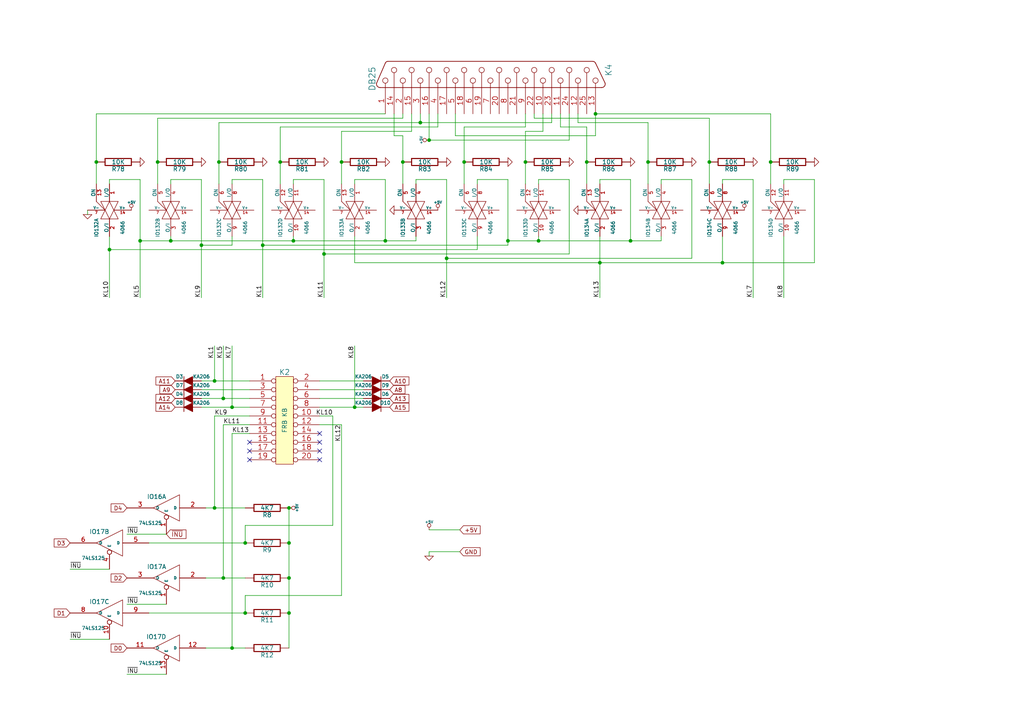
<source format=kicad_sch>
(kicad_sch (version 20211123) (generator eeschema)
  (paper "A4")
  (title_block (title "Mistrum Home Computer") (date "11 mar 2012") (rev "1.0") (company "Cassonic s.r.o."))
  (lib_symbols
    (symbol "mistrum-rescue:+5V" (power) (pin_names (offset 1.016))
      (property "Value" "+5V" (at 0 2.286 0))
      (symbol "+5V_0_0"
        (pin power_in line (at 0 0 90) (length 0) hide (name "+5V") (number "1"))
      )
      (symbol "+5V_0_1"
        (polyline (pts (xy 0 0) (xy 0 0.762) (xy 0 0.762) (xy 0 0.762)))
        (circle (center 0 1.27) (radius 0.508))
      )
    )
    (symbol "mistrum-rescue:4066" (pin_names (offset 0))
      (property "Reference" "U" (at 5.08 -3.7846 0))
      (property "Value" "4066" (at 5.08 3.81 0))
      (symbol "4066_0_1"
        (polyline (pts (xy -2.54 -3.81) (xy 0 -1.27) (xy 0 -1.27)))
        (polyline (pts (xy -2.54 0) (xy 2.54 2.54) (xy 2.54 -2.54) (xy -2.54 0)))
        (polyline (pts (xy -2.54 2.54) (xy 2.54 0) (xy -2.54 -2.54) (xy -2.54 2.54)))
        (pin power_in line (at 0 6.35 270) (length 5.08) (name "V+") (number "14"))
        (pin power_in line (at 0 -6.35 90) (length 5.08) (name "V-") (number "7"))
      )
      (symbol "4066_1_1"
        (pin passive line (at -7.62 0 0) (length 5.08) (name "I/O") (number "1"))
        (pin input line (at -7.62 -3.81 0) (length 5.08) (name "ON") (number "13"))
        (pin passive line (at 7.62 0 180) (length 5.08) (name "O/I") (number "2"))
      )
      (symbol "4066_2_1"
        (pin passive line (at 7.62 0 180) (length 5.08) (name "O/I") (number "3"))
        (pin passive line (at -7.62 0 0) (length 5.08) (name "I/O") (number "4"))
        (pin input line (at -7.62 -3.81 0) (length 5.08) (name "ON") (number "5"))
      )
      (symbol "4066_3_1"
        (pin input line (at -7.62 -3.81 0) (length 5.08) (name "ON") (number "6"))
        (pin passive line (at -7.62 0 0) (length 5.08) (name "I/O") (number "8"))
        (pin passive line (at 7.62 0 180) (length 5.08) (name "O/I") (number "9"))
      )
      (symbol "4066_4_1"
        (pin passive line (at 7.62 0 180) (length 5.08) (name "O/I") (number "10"))
        (pin passive line (at -7.62 0 0) (length 5.08) (name "I/O") (number "11"))
        (pin input line (at -7.62 -3.81 0) (length 5.08) (name "ON") (number "12"))
      )
    )
    (symbol "mistrum-rescue:74LS125" (pin_names (offset 0.762))
      (property "Reference" "U" (at 0 2.54 0))
      (property "Value" "74LS125" (at 1.27 -3.81 0))
      (symbol "74LS125_0_0"
        (pin power_in line (at -3.81 3.81 270) (length 0) hide (name "VCC") (number "14"))
        (pin power_in line (at -3.81 -3.81 90) (length 0) hide (name "GND") (number "7"))
      )
      (symbol "74LS125_0_1"
        (polyline (pts (xy -3.81 3.81) (xy -3.81 -3.81) (xy 3.81 0) (xy -3.81 3.81)))
      )
      (symbol "74LS125_1_0"
        (pin input inverted (at 0 -7.62 90) (length 5.588) (name "E") (number "1"))
      )
      (symbol "74LS125_1_1"
        (pin input line (at -11.43 0 0) (length 7.62) (name "D") (number "2"))
        (pin tri_state line (at 11.43 0 180) (length 7.62) (name "O") (number "3"))
      )
      (symbol "74LS125_2_0"
        (pin input inverted (at 0 -7.62 90) (length 5.588) (name "E") (number "4"))
      )
      (symbol "74LS125_2_1"
        (pin input line (at -11.43 0 0) (length 7.62) (name "D") (number "5"))
        (pin tri_state line (at 11.43 0 180) (length 7.62) (name "O") (number "6"))
      )
      (symbol "74LS125_3_0"
        (pin input inverted (at 0 -7.62 90) (length 5.588) (name "E") (number "10"))
      )
      (symbol "74LS125_3_1"
        (pin tri_state line (at 11.43 0 180) (length 7.62) (name "O") (number "8"))
        (pin input line (at -11.43 0 0) (length 7.62) (name "D") (number "9"))
      )
      (symbol "74LS125_4_0"
        (pin input inverted (at 0 -7.62 90) (length 5.588) (name "E") (number "13"))
      )
      (symbol "74LS125_4_1"
        (pin tri_state line (at 11.43 0 180) (length 7.62) (name "O") (number "11"))
        (pin input line (at -11.43 0 0) (length 7.62) (name "D") (number "12"))
      )
    )
    (symbol "mistrum-rescue:CONN_10X2" (pin_names (offset 0.254) hide)
      (property "Reference" "P" (at 0 13.97 0))
      (property "Value" "CONN_10X2" (at 0 -2.54 90))
      (symbol "CONN_10X2_0_1"
        (rectangle (start -2.54 12.7) (end 2.54 -12.7) (fill (type background)))
      )
      (symbol "CONN_10X2_1_1"
        (pin passive inverted (at -10.16 11.43 0) (length 7.62) (name "P1") (number "1"))
        (pin passive inverted (at 10.16 1.27 180) (length 7.62) (name "P10") (number "10"))
        (pin passive inverted (at -10.16 -1.27 0) (length 7.62) (name "P11") (number "11"))
        (pin passive inverted (at 10.16 -1.27 180) (length 7.62) (name "P12") (number "12"))
        (pin passive inverted (at -10.16 -3.81 0) (length 7.62) (name "P13") (number "13"))
        (pin passive inverted (at 10.16 -3.81 180) (length 7.62) (name "P14") (number "14"))
        (pin passive inverted (at -10.16 -6.35 0) (length 7.62) (name "P15") (number "15"))
        (pin passive inverted (at 10.16 -6.35 180) (length 7.62) (name "P16") (number "16"))
        (pin passive inverted (at -10.16 -8.89 0) (length 7.62) (name "P17") (number "17"))
        (pin passive inverted (at 10.16 -8.89 180) (length 7.62) (name "P18") (number "18"))
        (pin passive inverted (at -10.16 -11.43 0) (length 7.62) (name "P19") (number "19"))
        (pin passive inverted (at 10.16 11.43 180) (length 7.62) (name "P2") (number "2"))
        (pin passive inverted (at 10.16 -11.43 180) (length 7.62) (name "P20") (number "20"))
        (pin passive inverted (at -10.16 8.89 0) (length 7.62) (name "P3") (number "3"))
        (pin passive inverted (at 10.16 8.89 180) (length 7.62) (name "P4") (number "4"))
        (pin passive inverted (at -10.16 6.35 0) (length 7.62) (name "P5") (number "5"))
        (pin passive inverted (at 10.16 6.35 180) (length 7.62) (name "P6") (number "6"))
        (pin passive inverted (at -10.16 3.81 0) (length 7.62) (name "P7") (number "7"))
        (pin passive inverted (at 10.16 3.81 180) (length 7.62) (name "P8") (number "8"))
        (pin passive inverted (at -10.16 1.27 0) (length 7.62) (name "P9") (number "9"))
      )
    )
    (symbol "mistrum-rescue:DB25" (pin_names (offset 1.016) hide)
      (property "Reference" "J" (at 1.27 34.29 0))
      (property "Value" "DB25" (at -1.27 -34.29 0))
      (symbol "DB25_0_1"
        (arc (start -3.81 -32.004) (mid -3.4118 -32.8103) (end -2.54 -33.02) (stroke (width 0.2032)))
        (arc (start -2.54 33.274) (mid -3.4192 33.0712) (end -3.81 32.258) (stroke (width 0.2032)))
        (circle (center -1.778 -30.48) (radius 0.762))
        (circle (center -1.778 -25.4) (radius 0.762))
        (circle (center -1.778 -20.32) (radius 0.762))
        (circle (center -1.778 -15.24) (radius 0.762))
        (circle (center -1.778 -10.16) (radius 0.762))
        (circle (center -1.778 -5.08) (radius 0.762))
        (circle (center -1.778 0) (radius 0.762))
        (circle (center -1.778 5.08) (radius 0.762))
        (circle (center -1.778 10.16) (radius 0.762))
        (circle (center -1.778 15.24) (radius 0.762))
        (circle (center -1.778 20.32) (radius 0.762))
        (circle (center -1.778 25.4) (radius 0.762))
        (circle (center -1.778 30.48) (radius 0.762))
        (polyline (pts (xy -3.81 -32.004) (xy -3.81 32.258)) (stroke (width 0.2032)))
        (polyline (pts (xy -3.81 -30.48) (xy -2.54 -30.48)))
        (polyline (pts (xy -3.81 -27.94) (xy 0.508 -27.94)))
        (polyline (pts (xy -3.81 -25.4) (xy -2.54 -25.4)))
        (polyline (pts (xy -3.81 -22.86) (xy 0.508 -22.86)))
        (polyline (pts (xy -3.81 -20.32) (xy -2.54 -20.32)))
        (polyline (pts (xy -3.81 -17.78) (xy 0.508 -17.78)))
        (polyline (pts (xy -3.81 -15.24) (xy -2.54 -15.24)))
        (polyline (pts (xy -3.81 -12.7) (xy 0.508 -12.7)))
        (polyline (pts (xy -3.81 -10.16) (xy -2.54 -10.16)))
        (polyline (pts (xy -3.81 -7.62) (xy 0.508 -7.62)))
        (polyline (pts (xy -3.81 -5.08) (xy -2.54 -5.08)))
        (polyline (pts (xy -3.81 -2.54) (xy 0.508 -2.54)))
        (polyline (pts (xy -3.81 0) (xy -2.54 0)))
        (polyline (pts (xy -3.81 2.54) (xy 0.508 2.54)))
        (polyline (pts (xy -3.81 5.08) (xy -2.54 5.08)))
        (polyline (pts (xy -3.81 7.62) (xy 0.508 7.62)))
        (polyline (pts (xy -3.81 10.16) (xy -2.54 10.16)))
        (polyline (pts (xy -3.81 12.7) (xy 0.508 12.7)))
        (polyline (pts (xy -3.81 15.24) (xy -2.54 15.24)))
        (polyline (pts (xy -3.81 17.78) (xy 0.508 17.78)))
        (polyline (pts (xy -3.81 20.32) (xy -2.54 20.32)))
        (polyline (pts (xy -3.81 22.86) (xy 0.508 22.86)))
        (polyline (pts (xy -3.81 25.4) (xy -2.54 25.4)))
        (polyline (pts (xy -3.81 27.94) (xy 0.508 27.94)))
        (polyline (pts (xy -3.81 30.48) (xy -2.54 30.48)))
        (polyline (pts (xy -2.54 -33.02) (xy 3.302 -30.48)) (stroke (width 0.2032)))
        (polyline (pts (xy 3.302 30.48) (xy -2.54 33.274)) (stroke (width 0.2032)))
        (polyline (pts (xy 3.81 -29.718) (xy 3.81 29.718)) (stroke (width 0.2032)))
        (circle (center 1.27 -27.94) (radius 0.762))
        (circle (center 1.27 -22.86) (radius 0.762))
        (circle (center 1.27 -17.78) (radius 0.762))
        (circle (center 1.27 -12.7) (radius 0.762))
        (circle (center 1.27 -7.62) (radius 0.762))
        (circle (center 1.27 -2.54) (radius 0.762))
        (circle (center 1.27 2.54) (radius 0.762))
        (circle (center 1.27 7.62) (radius 0.762))
        (circle (center 1.27 12.7) (radius 0.762))
        (circle (center 1.27 17.78) (radius 0.762))
        (circle (center 1.27 22.86) (radius 0.762))
        (circle (center 1.27 27.94) (radius 0.762))
        (arc (start 3.302 -30.48) (mid 3.6653 -30.1718) (end 3.81 -29.718) (stroke (width 0.2032)))
        (arc (start 3.7846 29.718) (mid 3.654 30.1598) (end 3.302 30.4546) (stroke (width 0.2032)))
      )
      (symbol "DB25_1_1"
        (pin passive line (at -11.43 -30.48 0) (length 7.62) (name "1") (number "1"))
        (pin passive line (at -11.43 15.24 0) (length 7.62) (name "10") (number "10"))
        (pin passive line (at -11.43 20.32 0) (length 7.62) (name "11") (number "11"))
        (pin passive line (at -11.43 25.4 0) (length 7.62) (name "12") (number "12"))
        (pin passive line (at -11.43 30.48 0) (length 7.62) (name "13") (number "13"))
        (pin passive line (at -11.43 -27.94 0) (length 7.62) (name "P14") (number "14"))
        (pin passive line (at -11.43 -22.86 0) (length 7.62) (name "P15") (number "15"))
        (pin passive line (at -11.43 -17.78 0) (length 7.62) (name "P16") (number "16"))
        (pin passive line (at -11.43 -12.7 0) (length 7.62) (name "P17") (number "17"))
        (pin passive line (at -11.43 -7.62 0) (length 7.62) (name "P18") (number "18"))
        (pin passive line (at -11.43 -2.54 0) (length 7.62) (name "P19") (number "19"))
        (pin passive line (at -11.43 -25.4 0) (length 7.62) (name "2") (number "2"))
        (pin passive line (at -11.43 2.54 0) (length 7.62) (name "P20") (number "20"))
        (pin passive line (at -11.43 7.62 0) (length 7.62) (name "P21") (number "21"))
        (pin passive line (at -11.43 12.7 0) (length 7.62) (name "P22") (number "22"))
        (pin passive line (at -11.43 17.78 0) (length 7.62) (name "P23") (number "23"))
        (pin passive line (at -11.43 22.86 0) (length 7.62) (name "P24") (number "24"))
        (pin passive line (at -11.43 27.94 0) (length 7.62) (name "P25") (number "25"))
        (pin passive line (at -11.43 -20.32 0) (length 7.62) (name "3") (number "3"))
        (pin passive line (at -11.43 -15.24 0) (length 7.62) (name "4") (number "4"))
        (pin passive line (at -11.43 -10.16 0) (length 7.62) (name "5") (number "5"))
        (pin passive line (at -11.43 -5.08 0) (length 7.62) (name "6") (number "6"))
        (pin passive line (at -11.43 0 0) (length 7.62) (name "7") (number "7"))
        (pin passive line (at -11.43 5.08 0) (length 7.62) (name "8") (number "8"))
        (pin passive line (at -11.43 10.16 0) (length 7.62) (name "9") (number "9"))
      )
    )
    (symbol "mistrum-rescue:D_ALT-Device" (pin_numbers hide) (pin_names (offset 1.016) hide)
      (property "Reference" "D" (at 0 2.54 0))
      (property "Value" "D_ALT-Device" (at 0 -2.54 0))
      (symbol "D_ALT-Device_0_1"
        (polyline (pts (xy -1.27 1.27) (xy -1.27 -1.27)) (stroke (width 0.2032)))
        (polyline (pts (xy 1.27 0) (xy -1.27 0)))
        (polyline (pts (xy 1.27 1.27) (xy 1.27 -1.27) (xy -1.27 0) (xy 1.27 1.27)) (stroke (width 0.2032)) (fill (type outline)))
      )
      (symbol "D_ALT-Device_1_1"
        (pin passive line (at -3.81 0 0) (length 2.54) (name "K") (number "1"))
        (pin passive line (at 3.81 0 180) (length 2.54) (name "A") (number "2"))
      )
    )
    (symbol "mistrum-rescue:GND" (power) (pin_names (offset 0))
      (symbol "GND_0_1"
        (polyline (pts (xy -1.27 0) (xy 0 -1.27) (xy 1.27 0) (xy -1.27 0)))
      )
      (symbol "GND_1_1"
        (pin power_in line (at 0 0 90) (length 0) hide (name "GND") (number "1"))
      )
    )
    (symbol "mistrum-rescue:R" (pin_numbers hide) (pin_names (offset 0))
      (property "Reference" "R" (at 2.032 0 90))
      (property "Value" "R" (at 0 0 90))
      (symbol "R_0_1"
        (rectangle (start -1.016 3.81) (end 1.016 -3.81) (stroke (width 0.3048)))
      )
      (symbol "R_1_1"
        (pin passive line (at 0 6.35 270) (length 2.54) (name "~") (number "1"))
        (pin passive line (at 0 -6.35 90) (length 2.54) (name "~") (number "2"))
      )
    )
  )
  (junction (at 71.12 157.48))
  (junction (at 83.82 157.48))
  (junction (at 64.77 115.57))
  (junction (at 134.62 46.99))
  (junction (at 223.52 46.99))
  (junction (at 67.31 118.11))
  (junction (at 182.88 69.85))
  (junction (at 111.76 69.85))
  (junction (at 62.23 147.32))
  (junction (at 63.5 46.99))
  (junction (at 93.98 73.66))
  (junction (at 187.96 46.99))
  (junction (at 64.77 167.64))
  (junction (at 76.2 71.12))
  (junction (at 67.31 187.96))
  (junction (at 205.74 46.99))
  (junction (at 71.12 177.8))
  (junction (at 40.64 69.85))
  (junction (at 170.18 46.99))
  (junction (at 27.94 46.99))
  (junction (at 147.32 69.85))
  (junction (at 156.21 69.85))
  (junction (at 116.84 46.99))
  (junction (at 62.23 110.49))
  (junction (at 121.92 35.56))
  (junction (at 31.75 72.39))
  (junction (at 129.54 74.93))
  (junction (at 83.82 147.32))
  (junction (at 152.4 46.99))
  (junction (at 45.72 46.99))
  (junction (at 102.87 118.11))
  (junction (at 209.55 76.2))
  (junction (at 49.53 69.85))
  (junction (at 83.82 167.64))
  (junction (at 172.72 33.02))
  (junction (at 173.99 76.2))
  (junction (at 83.82 177.8))
  (junction (at 58.42 71.12))
  (junction (at 124.46 40.64))
  (junction (at 81.28 46.99))
  (junction (at 85.09 69.85))
  (junction (at 99.06 46.99))
  (no_connect (at 92.71 128.27))
  (no_connect (at 92.71 125.73))
  (no_connect (at 92.71 133.35))
  (no_connect (at 72.39 130.81))
  (no_connect (at 72.39 133.35))
  (no_connect (at 72.39 128.27))
  (no_connect (at 92.71 130.81))
  (wire (pts (xy 223.52 33.02) (xy 172.72 33.02)))
  (wire (pts (xy 40.64 69.85) (xy 40.64 86.36)))
  (wire (pts (xy 45.72 34.29) (xy 45.72 46.99)))
  (wire (pts (xy 120.65 53.34) (xy 120.65 52.07)))
  (wire (pts (xy 93.98 73.66) (xy 93.98 86.36)))
  (wire (pts (xy 133.35 160.02) (xy 124.46 160.02)))
  (wire (pts (xy 223.52 53.34) (xy 223.52 46.99)))
  (wire (pts (xy 134.62 36.83) (xy 134.62 46.99)))
  (wire (pts (xy 157.48 38.1) (xy 157.48 33.02)))
  (wire (pts (xy 116.84 53.34) (xy 116.84 46.99)))
  (wire (pts (xy 63.5 46.99) (xy 63.5 53.34)))
  (wire (pts (xy 116.84 46.99) (xy 116.84 39.37)))
  (wire (pts (xy 58.42 52.07) (xy 58.42 71.12)))
  (wire (pts (xy 156.21 52.07) (xy 165.1 52.07)))
  (wire (pts (xy 71.12 152.4) (xy 71.12 157.48)))
  (wire (pts (xy 173.99 52.07) (xy 182.88 52.07)))
  (wire (pts (xy 173.99 68.58) (xy 173.99 76.2)))
  (wire (pts (xy 49.53 52.07) (xy 58.42 52.07)))
  (wire (pts (xy 236.22 52.07) (xy 236.22 76.2)))
  (wire (pts (xy 124.46 160.02) (xy 124.46 161.29)))
  (wire (pts (xy 58.42 113.03) (xy 72.39 113.03)))
  (wire (pts (xy 147.32 52.07) (xy 147.32 69.85)))
  (wire (pts (xy 71.12 187.96) (xy 67.31 187.96)))
  (wire (pts (xy 58.42 115.57) (xy 64.77 115.57)))
  (wire (pts (xy 67.31 187.96) (xy 59.69 187.96)))
  (wire (pts (xy 92.71 113.03) (xy 105.41 113.03)))
  (wire (pts (xy 182.88 69.85) (xy 156.21 69.85)))
  (wire (pts (xy 147.32 71.12) (xy 76.2 71.12)))
  (wire (pts (xy 81.28 36.83) (xy 127 36.83)))
  (wire (pts (xy 227.33 52.07) (xy 236.22 52.07)))
  (wire (pts (xy 200.66 52.07) (xy 200.66 74.93)))
  (wire (pts (xy 67.31 125.73) (xy 72.39 125.73)))
  (wire (pts (xy 120.65 52.07) (xy 129.54 52.07)))
  (wire (pts (xy 99.06 38.1) (xy 99.06 46.99)))
  (wire (pts (xy 132.08 39.37) (xy 172.72 39.37)))
  (wire (pts (xy 162.56 33.02) (xy 162.56 36.83)))
  (wire (pts (xy 227.33 68.58) (xy 227.33 86.36)))
  (wire (pts (xy 205.74 34.29) (xy 205.74 46.99)))
  (wire (pts (xy 62.23 147.32) (xy 62.23 120.65)))
  (wire (pts (xy 85.09 53.34) (xy 85.09 52.07)))
  (wire (pts (xy 71.12 167.64) (xy 64.77 167.64)))
  (wire (pts (xy 64.77 123.19) (xy 72.39 123.19)))
  (wire (pts (xy 67.31 125.73) (xy 67.31 187.96)))
  (wire (pts (xy 83.82 167.64) (xy 83.82 177.8)))
  (wire (pts (xy 31.75 185.42) (xy 20.32 185.42)))
  (wire (pts (xy 120.65 69.85) (xy 111.76 69.85)))
  (wire (pts (xy 48.26 175.26) (xy 36.83 175.26)))
  (wire (pts (xy 138.43 53.34) (xy 138.43 52.07)))
  (wire (pts (xy 31.75 52.07) (xy 40.64 52.07)))
  (wire (pts (xy 129.54 52.07) (xy 129.54 74.93)))
  (wire (pts (xy 111.76 69.85) (xy 85.09 69.85)))
  (wire (pts (xy 48.26 154.94) (xy 36.83 154.94)))
  (wire (pts (xy 209.55 68.58) (xy 209.55 76.2)))
  (wire (pts (xy 45.72 46.99) (xy 45.72 53.34)))
  (wire (pts (xy 102.87 76.2) (xy 173.99 76.2)))
  (wire (pts (xy 102.87 53.34) (xy 102.87 52.07)))
  (wire (pts (xy 119.38 33.02) (xy 119.38 38.1)))
  (wire (pts (xy 31.75 165.1) (xy 20.32 165.1)))
  (wire (pts (xy 49.53 69.85) (xy 85.09 69.85)))
  (wire (pts (xy 156.21 53.34) (xy 156.21 52.07)))
  (wire (pts (xy 81.28 53.34) (xy 81.28 46.99)))
  (wire (pts (xy 160.02 35.56) (xy 121.92 35.56)))
  (wire (pts (xy 64.77 115.57) (xy 72.39 115.57)))
  (wire (pts (xy 99.06 46.99) (xy 99.06 53.34)))
  (wire (pts (xy 218.44 52.07) (xy 218.44 86.36)))
  (wire (pts (xy 27.94 53.34) (xy 27.94 46.99)))
  (wire (pts (xy 62.23 147.32) (xy 59.69 147.32)))
  (wire (pts (xy 156.21 69.85) (xy 156.21 68.58)))
  (wire (pts (xy 173.99 53.34) (xy 173.99 52.07)))
  (wire (pts (xy 27.94 33.02) (xy 111.76 33.02)))
  (wire (pts (xy 71.12 157.48) (xy 43.18 157.48)))
  (wire (pts (xy 147.32 69.85) (xy 147.32 71.12)))
  (wire (pts (xy 116.84 39.37) (xy 114.3 39.37)))
  (wire (pts (xy 92.71 120.65) (xy 96.52 120.65)))
  (wire (pts (xy 170.18 46.99) (xy 170.18 53.34)))
  (wire (pts (xy 85.09 52.07) (xy 93.98 52.07)))
  (wire (pts (xy 162.56 36.83) (xy 170.18 36.83)))
  (wire (pts (xy 152.4 33.02) (xy 152.4 36.83)))
  (wire (pts (xy 138.43 68.58) (xy 138.43 72.39)))
  (wire (pts (xy 85.09 69.85) (xy 85.09 68.58)))
  (wire (pts (xy 127 36.83) (xy 127 33.02)))
  (wire (pts (xy 67.31 53.34) (xy 67.31 52.07)))
  (wire (pts (xy 31.75 68.58) (xy 31.75 72.39)))
  (wire (pts (xy 173.99 76.2) (xy 173.99 86.36)))
  (wire (pts (xy 138.43 72.39) (xy 31.75 72.39)))
  (wire (pts (xy 172.72 33.02) (xy 172.72 39.37)))
  (wire (pts (xy 67.31 118.11) (xy 72.39 118.11)))
  (wire (pts (xy 67.31 71.12) (xy 67.31 68.58)))
  (wire (pts (xy 200.66 74.93) (xy 129.54 74.93)))
  (wire (pts (xy 187.96 53.34) (xy 187.96 46.99)))
  (wire (pts (xy 62.23 110.49) (xy 72.39 110.49)))
  (wire (pts (xy 49.53 69.85) (xy 49.53 68.58)))
  (wire (pts (xy 132.08 39.37) (xy 132.08 33.02)))
  (wire (pts (xy 124.46 153.67) (xy 133.35 153.67)))
  (wire (pts (xy 209.55 76.2) (xy 173.99 76.2)))
  (wire (pts (xy 119.38 38.1) (xy 99.06 38.1)))
  (wire (pts (xy 120.65 68.58) (xy 120.65 69.85)))
  (wire (pts (xy 116.84 34.29) (xy 45.72 34.29)))
  (wire (pts (xy 165.1 33.02) (xy 165.1 40.64)))
  (wire (pts (xy 138.43 52.07) (xy 147.32 52.07)))
  (wire (pts (xy 105.41 110.49) (xy 92.71 110.49)))
  (wire (pts (xy 58.42 118.11) (xy 67.31 118.11)))
  (wire (pts (xy 64.77 115.57) (xy 64.77 100.33)))
  (wire (pts (xy 102.87 52.07) (xy 111.76 52.07)))
  (wire (pts (xy 191.77 52.07) (xy 200.66 52.07)))
  (wire (pts (xy 71.12 172.72) (xy 71.12 177.8)))
  (wire (pts (xy 116.84 33.02) (xy 116.84 34.29)))
  (wire (pts (xy 27.94 46.99) (xy 27.94 33.02)))
  (wire (pts (xy 129.54 74.93) (xy 129.54 86.36)))
  (wire (pts (xy 25.4 60.96) (xy 25.4 62.23)))
  (wire (pts (xy 67.31 118.11) (xy 67.31 100.33)))
  (wire (pts (xy 96.52 152.4) (xy 71.12 152.4)))
  (wire (pts (xy 62.23 110.49) (xy 62.23 100.33)))
  (wire (pts (xy 182.88 52.07) (xy 182.88 69.85)))
  (wire (pts (xy 105.41 115.57) (xy 92.71 115.57)))
  (wire (pts (xy 182.88 69.85) (xy 191.77 69.85)))
  (wire (pts (xy 58.42 110.49) (xy 62.23 110.49)))
  (wire (pts (xy 81.28 46.99) (xy 81.28 36.83)))
  (wire (pts (xy 49.53 53.34) (xy 49.53 52.07)))
  (wire (pts (xy 76.2 52.07) (xy 76.2 71.12)))
  (wire (pts (xy 40.64 52.07) (xy 40.64 69.85)))
  (wire (pts (xy 205.74 46.99) (xy 205.74 53.34)))
  (wire (pts (xy 167.64 35.56) (xy 167.64 33.02)))
  (wire (pts (xy 102.87 68.58) (xy 102.87 76.2)))
  (wire (pts (xy 31.75 53.34) (xy 31.75 52.07)))
  (wire (pts (xy 165.1 52.07) (xy 165.1 73.66)))
  (wire (pts (xy 62.23 120.65) (xy 72.39 120.65)))
  (wire (pts (xy 187.96 35.56) (xy 167.64 35.56)))
  (wire (pts (xy 170.18 36.83) (xy 170.18 46.99)))
  (wire (pts (xy 99.06 123.19) (xy 99.06 172.72)))
  (wire (pts (xy 71.12 177.8) (xy 43.18 177.8)))
  (wire (pts (xy 96.52 120.65) (xy 96.52 152.4)))
  (wire (pts (xy 147.32 69.85) (xy 156.21 69.85)))
  (wire (pts (xy 187.96 46.99) (xy 187.96 35.56)))
  (wire (pts (xy 154.94 34.29) (xy 205.74 34.29)))
  (wire (pts (xy 83.82 157.48) (xy 83.82 167.64)))
  (wire (pts (xy 227.33 53.34) (xy 227.33 52.07)))
  (wire (pts (xy 102.87 118.11) (xy 102.87 100.33)))
  (wire (pts (xy 48.26 195.58) (xy 36.83 195.58)))
  (wire (pts (xy 152.4 36.83) (xy 134.62 36.83)))
  (wire (pts (xy 99.06 123.19) (xy 92.71 123.19)))
  (wire (pts (xy 152.4 46.99) (xy 152.4 38.1)))
  (wire (pts (xy 236.22 76.2) (xy 209.55 76.2)))
  (wire (pts (xy 114.3 39.37) (xy 114.3 33.02)))
  (wire (pts (xy 93.98 52.07) (xy 93.98 73.66)))
  (wire (pts (xy 67.31 52.07) (xy 76.2 52.07)))
  (wire (pts (xy 209.55 53.34) (xy 209.55 52.07)))
  (wire (pts (xy 83.82 147.32) (xy 83.82 157.48)))
  (wire (pts (xy 165.1 73.66) (xy 93.98 73.66)))
  (wire (pts (xy 83.82 177.8) (xy 83.82 187.96)))
  (wire (pts (xy 63.5 35.56) (xy 63.5 46.99)))
  (wire (pts (xy 160.02 33.02) (xy 160.02 35.56)))
  (wire (pts (xy 64.77 167.64) (xy 59.69 167.64)))
  (wire (pts (xy 92.71 118.11) (xy 102.87 118.11)))
  (wire (pts (xy 223.52 46.99) (xy 223.52 33.02)))
  (wire (pts (xy 152.4 53.34) (xy 152.4 46.99)))
  (wire (pts (xy 165.1 40.64) (xy 124.46 40.64)))
  (wire (pts (xy 99.06 172.72) (xy 71.12 172.72)))
  (wire (pts (xy 102.87 118.11) (xy 105.41 118.11)))
  (wire (pts (xy 58.42 71.12) (xy 67.31 71.12)))
  (wire (pts (xy 111.76 52.07) (xy 111.76 69.85)))
  (wire (pts (xy 134.62 46.99) (xy 134.62 53.34)))
  (wire (pts (xy 121.92 35.56) (xy 121.92 33.02)))
  (wire (pts (xy 31.75 72.39) (xy 31.75 86.36)))
  (wire (pts (xy 209.55 52.07) (xy 218.44 52.07)))
  (wire (pts (xy 40.64 69.85) (xy 49.53 69.85)))
  (wire (pts (xy 191.77 53.34) (xy 191.77 52.07)))
  (wire (pts (xy 191.77 69.85) (xy 191.77 68.58)))
  (wire (pts (xy 152.4 38.1) (xy 157.48 38.1)))
  (wire (pts (xy 64.77 123.19) (xy 64.77 167.64)))
  (wire (pts (xy 154.94 33.02) (xy 154.94 34.29)))
  (wire (pts (xy 71.12 147.32) (xy 62.23 147.32)))
  (wire (pts (xy 76.2 71.12) (xy 76.2 86.36)))
  (wire (pts (xy 121.92 35.56) (xy 63.5 35.56)))
  (wire (pts (xy 58.42 71.12) (xy 58.42 86.36)))
  (wire (pts (xy 124.46 40.64) (xy 124.46 33.02)))
  (label "KL8" (at 102.87 100.33 270))
  (label "KL10" (at 31.75 86.36 90))
  (label "KL7" (at 67.31 100.33 270))
  (label "KL5" (at 40.64 86.36 90))
  (label "KL12" (at 129.54 86.36 90))
  (label "~{INU}" (at 36.83 175.26 0) (effects (font (size 1.1938 1.1938))))
  (label "KL12" (at 99.06 123.19 270))
  (label "KL8" (at 227.33 86.36 90))
  (label "KL9" (at 58.42 86.36 90))
  (label "~{INU}" (at 20.32 165.1 0) (effects (font (size 1.1938 1.1938))))
  (label "~{INU}" (at 36.83 154.94 0) (effects (font (size 1.1938 1.1938))))
  (label "KL11" (at 93.98 86.36 90))
  (label "KL5" (at 64.77 100.33 270))
  (label "~{INU}" (at 20.32 185.42 0) (effects (font (size 1.1938 1.1938))))
  (label "KL9" (at 62.23 120.65 0))
  (label "KL1" (at 62.23 100.33 270))
  (label "KL13" (at 67.31 125.73 0))
  (label "KL1" (at 76.2 86.36 90))
  (label "KL10" (at 96.52 120.65 180))
  (label "KL13" (at 173.99 86.36 90))
  (label "KL7" (at 218.44 86.36 90))
  (label "~{INU}" (at 36.83 195.58 0) (effects (font (size 1.1938 1.1938))))
  (label "KL11" (at 64.77 123.19 0))
  (global_label "D4" (shape input) (at 36.83 147.32 180) (effects (font (size 1.1938 1.1938))) (property "Intersheet References" "${INTERSHEET_REFS}" (effects hide)))
  (global_label "A10" (shape input) (at 113.03 110.49 0) (effects (font (size 1.1938 1.1938))) (property "Intersheet References" "${INTERSHEET_REFS}" (effects hide)))
  (global_label "D3" (shape input) (at 20.32 157.48 180) (effects (font (size 1.1938 1.1938))) (property "Intersheet References" "${INTERSHEET_REFS}" (effects hide)))
  (global_label "A12" (shape input) (at 50.8 115.57 180) (effects (font (size 1.1938 1.1938))) (property "Intersheet References" "${INTERSHEET_REFS}" (effects hide)))
  (global_label "A9" (shape input) (at 50.8 113.03 180) (effects (font (size 1.1938 1.1938))) (property "Intersheet References" "${INTERSHEET_REFS}" (effects hide)))
  (global_label "~{INU}" (shape input) (at 48.26 154.94 0) (property "Intersheet References" "${INTERSHEET_REFS}" (effects hide)))
  (global_label "A14" (shape input) (at 50.8 118.11 180) (effects (font (size 1.1938 1.1938))) (property "Intersheet References" "${INTERSHEET_REFS}" (effects hide)))
  (global_label "D1" (shape input) (at 20.32 177.8 180) (effects (font (size 1.1938 1.1938))) (property "Intersheet References" "${INTERSHEET_REFS}" (effects hide)))
  (global_label "A15" (shape input) (at 113.03 118.11 0) (effects (font (size 1.1938 1.1938))) (property "Intersheet References" "${INTERSHEET_REFS}" (effects hide)))
  (global_label "D2" (shape input) (at 36.83 167.64 180) (effects (font (size 1.1938 1.1938))) (property "Intersheet References" "${INTERSHEET_REFS}" (effects hide)))
  (global_label "+5V" (shape input) (at 133.35 153.67 0) (effects (font (size 1.1938 1.1938))) (property "Intersheet References" "${INTERSHEET_REFS}" (effects hide)))
  (global_label "A11" (shape input) (at 50.8 110.49 180) (effects (font (size 1.1938 1.1938))) (property "Intersheet References" "${INTERSHEET_REFS}" (effects hide)))
  (global_label "GND" (shape input) (at 133.35 160.02 0) (effects (font (size 1.1938 1.1938))) (property "Intersheet References" "${INTERSHEET_REFS}" (effects hide)))
  (global_label "D0" (shape input) (at 36.83 187.96 180) (effects (font (size 1.1938 1.1938))) (property "Intersheet References" "${INTERSHEET_REFS}" (effects hide)))
  (global_label "A13" (shape input) (at 113.03 115.57 0) (effects (font (size 1.1938 1.1938))) (property "Intersheet References" "${INTERSHEET_REFS}" (effects hide)))
  (global_label "A8" (shape input) (at 113.03 113.03 0) (effects (font (size 1.1938 1.1938))) (property "Intersheet References" "${INTERSHEET_REFS}" (effects hide)))
  (symbol (lib_id "mistrum-rescue:D_ALT-Device") (at 54.61 110.49 0) (mirror x) (unit 1)
    (property "Reference" "D3" (at 52.07 109.22 0) (effects (font (size 1.016 1.016))))
    (property "Value" "KA206" (at 58.42 109.22 0) (effects (font (size 1.016 1.016))))
    (property "Footprint" "Diode_THT:D_DO-35_SOD27_P7.62mm_Horizontal" (effects hide))
  )
  (symbol (lib_id "mistrum-rescue:CONN_10X2") (at 82.55 121.92 0) (unit 1)
    (property "Reference" "K2" (at 82.55 107.95 0) (effects (font (size 1.524 1.524))))
    (property "Value" "FRB KB" (at 82.55 121.92 90))
    (property "Footprint" "Tesla:TX5112011" (effects hide))
  )
  (symbol (lib_id "mistrum-rescue:D_ALT-Device") (at 54.61 115.57 0) (mirror x) (unit 1)
    (property "Reference" "D4" (at 52.07 114.3 0) (effects (font (size 1.016 1.016))))
    (property "Value" "KA206" (at 58.42 114.3 0) (effects (font (size 1.016 1.016))))
    (property "Footprint" "Diode_THT:D_DO-35_SOD27_P7.62mm_Horizontal" (effects hide))
  )
  (symbol (lib_id "mistrum-rescue:D_ALT-Device") (at 109.22 110.49 0) (mirror y) (unit 1)
    (property "Reference" "D5" (at 111.76 109.22 0) (effects (font (size 1.016 1.016))))
    (property "Value" "KA206" (at 105.41 109.22 0) (effects (font (size 1.016 1.016))))
    (property "Footprint" "Diode_THT:D_DO-35_SOD27_P7.62mm_Horizontal" (effects hide))
  )
  (symbol (lib_id "mistrum-rescue:D_ALT-Device") (at 109.22 115.57 0) (mirror y) (unit 1)
    (property "Reference" "D6" (at 111.76 114.3 0) (effects (font (size 1.016 1.016))))
    (property "Value" "KA206" (at 105.41 114.3 0) (effects (font (size 1.016 1.016))))
    (property "Footprint" "Diode_THT:D_DO-35_SOD27_P7.62mm_Horizontal" (effects hide))
  )
  (symbol (lib_id "mistrum-rescue:D_ALT-Device") (at 54.61 113.03 0) (mirror x) (unit 1)
    (property "Reference" "D7" (at 52.07 111.76 0) (effects (font (size 1.016 1.016))))
    (property "Value" "KA206" (at 58.42 111.76 0) (effects (font (size 1.016 1.016))))
    (property "Footprint" "Diode_THT:D_DO-35_SOD27_P7.62mm_Horizontal" (effects hide))
  )
  (symbol (lib_id "mistrum-rescue:D_ALT-Device") (at 54.61 118.11 0) (mirror x) (unit 1)
    (property "Reference" "D8" (at 52.07 116.84 0) (effects (font (size 1.016 1.016))))
    (property "Value" "KA206" (at 58.42 116.84 0) (effects (font (size 1.016 1.016))))
    (property "Footprint" "Diode_THT:D_DO-35_SOD27_P7.62mm_Horizontal" (effects hide))
  )
  (symbol (lib_id "mistrum-rescue:D_ALT-Device") (at 109.22 113.03 0) (mirror y) (unit 1)
    (property "Reference" "D9" (at 111.76 111.76 0) (effects (font (size 1.016 1.016))))
    (property "Value" "KA206" (at 105.41 111.76 0) (effects (font (size 1.016 1.016))))
    (property "Footprint" "Diode_THT:D_DO-35_SOD27_P7.62mm_Horizontal" (effects hide))
  )
  (symbol (lib_id "mistrum-rescue:D_ALT-Device") (at 109.22 118.11 0) (mirror y) (unit 1)
    (property "Reference" "D10" (at 111.76 116.84 0) (effects (font (size 1.016 1.016))))
    (property "Value" "KA206" (at 105.41 116.84 0) (effects (font (size 1.016 1.016))))
    (property "Footprint" "Diode_THT:D_DO-35_SOD27_P7.62mm_Horizontal" (effects hide))
  )
  (symbol (lib_id "mistrum-rescue:74LS125") (at 31.75 157.48 0) (mirror y) (unit 2)
    (property "Reference" "IO17" (at 31.75 154.94 0) (effects (justify left bottom)))
    (property "Value" "74LS125" (at 30.48 161.29 0) (effects (font (size 1.016 1.016)) (justify left top)))
    (property "Footprint" "Package_DIP:DIP-14_W7.62mm" (effects hide))
  )
  (symbol (lib_id "mistrum-rescue:74LS125") (at 31.75 177.8 0) (mirror y) (unit 3)
    (property "Reference" "IO17" (at 31.75 175.26 0) (effects (justify left bottom)))
    (property "Value" "74LS125" (at 30.48 181.61 0) (effects (font (size 1.016 1.016)) (justify left top)))
    (property "Footprint" "Package_DIP:DIP-14_W7.62mm" (effects hide))
  )
  (symbol (lib_id "mistrum-rescue:74LS125") (at 48.26 187.96 0) (mirror y) (unit 4)
    (property "Reference" "IO17" (at 48.26 185.42 0) (effects (justify left bottom)))
    (property "Value" "74LS125" (at 46.99 191.77 0) (effects (font (size 1.016 1.016)) (justify left top)))
    (property "Footprint" "Package_DIP:DIP-14_W7.62mm" (effects hide))
  )
  (symbol (lib_id "mistrum-rescue:74LS125") (at 48.26 167.64 0) (mirror y) (unit 1)
    (property "Reference" "IO17" (at 48.26 165.1 0) (effects (justify left bottom)))
    (property "Value" "74LS125" (at 46.99 171.45 0) (effects (font (size 1.016 1.016)) (justify left top)))
    (property "Footprint" "Package_DIP:DIP-14_W7.62mm" (effects hide))
  )
  (symbol (lib_id "mistrum-rescue:74LS125") (at 48.26 147.32 0) (mirror y) (unit 1)
    (property "Reference" "IO16" (at 48.26 144.78 0) (effects (justify left bottom)))
    (property "Value" "74LS125" (at 46.99 151.13 0) (effects (font (size 1.016 1.016)) (justify left top)))
    (property "Footprint" "Package_DIP:DIP-14_W7.62mm" (effects hide))
  )
  (symbol (lib_id "mistrum-rescue:R") (at 77.47 147.32 270) (unit 1)
    (property "Reference" "R8" (at 77.47 149.352 90))
    (property "Value" "4K7" (at 77.47 147.32 90))
    (property "Footprint" "Resistor_THT:R_Axial_DIN0207_L6.3mm_D2.5mm_P7.62mm_Horizontal" (effects hide))
  )
  (symbol (lib_id "mistrum-rescue:R") (at 77.47 157.48 270) (unit 1)
    (property "Reference" "R9" (at 77.47 159.512 90))
    (property "Value" "4K7" (at 77.47 157.48 90))
    (property "Footprint" "Resistor_THT:R_Axial_DIN0207_L6.3mm_D2.5mm_P7.62mm_Horizontal" (effects hide))
  )
  (symbol (lib_id "mistrum-rescue:R") (at 77.47 167.64 270) (unit 1)
    (property "Reference" "R10" (at 77.47 169.672 90))
    (property "Value" "4K7" (at 77.47 167.64 90))
    (property "Footprint" "Resistor_THT:R_Axial_DIN0207_L6.3mm_D2.5mm_P7.62mm_Horizontal" (effects hide))
  )
  (symbol (lib_id "mistrum-rescue:R") (at 77.47 177.8 270) (unit 1)
    (property "Reference" "R11" (at 77.47 179.832 90))
    (property "Value" "4K7" (at 77.47 177.8 90))
    (property "Footprint" "Resistor_THT:R_Axial_DIN0207_L6.3mm_D2.5mm_P7.62mm_Horizontal" (effects hide))
  )
  (symbol (lib_id "mistrum-rescue:R") (at 77.47 187.96 270) (unit 1)
    (property "Reference" "R12" (at 77.47 189.992 90))
    (property "Value" "4K7" (at 77.47 187.96 90))
    (property "Footprint" "Resistor_THT:R_Axial_DIN0207_L6.3mm_D2.5mm_P7.62mm_Horizontal" (effects hide))
  )
  (symbol (lib_id "mistrum-rescue:+5V") (at 83.82 147.32 270) (unit 1)
    (property "Reference" "#PWR071" (effects hide))
    (property "Value" "+5V" (at 86.106 147.32 0) (effects (font (size 0.762 0.762))))
  )
  (symbol (lib_id "mistrum-rescue:DB25") (at 142.24 21.59 270) (mirror x) (unit 1)
    (property "Reference" "K4" (at 176.53 20.32 0) (effects (font (size 1.778 1.778))))
    (property "Value" "DB25" (at 107.95 22.86 0) (effects (font (size 1.778 1.778))))
    (property "Footprint" "Connector_Dsub:DSUB-25_Male_Vertical_P2.77x2.84mm" (effects hide))
  )
  (symbol (lib_id "mistrum-rescue:4066") (at 31.75 60.96 270) (unit 1)
    (property "Reference" "IO132" (at 27.9654 66.04 0) (effects (font (size 1.016 1.016))))
    (property "Value" "4066" (at 35.56 66.04 0) (effects (font (size 1.016 1.016))))
    (property "Footprint" "Package_DIP:DIP-14_W7.62mm" (effects hide))
  )
  (symbol (lib_id "mistrum-rescue:4066") (at 49.53 60.96 270) (unit 2)
    (property "Reference" "IO132" (at 45.7454 66.04 0) (effects (font (size 1.016 1.016))))
    (property "Value" "4066" (at 53.34 66.04 0) (effects (font (size 1.016 1.016))))
    (property "Footprint" "Package_DIP:DIP-14_W7.62mm" (effects hide))
  )
  (symbol (lib_id "mistrum-rescue:4066") (at 67.31 60.96 270) (unit 3)
    (property "Reference" "IO132" (at 63.5254 66.04 0) (effects (font (size 1.016 1.016))))
    (property "Value" "4066" (at 71.12 66.04 0) (effects (font (size 1.016 1.016))))
    (property "Footprint" "Package_DIP:DIP-14_W7.62mm" (effects hide))
  )
  (symbol (lib_id "mistrum-rescue:4066") (at 85.09 60.96 270) (unit 4)
    (property "Reference" "IO132" (at 81.3054 66.04 0) (effects (font (size 1.016 1.016))))
    (property "Value" "4066" (at 88.9 66.04 0) (effects (font (size 1.016 1.016))))
    (property "Footprint" "Package_DIP:DIP-14_W7.62mm" (effects hide))
  )
  (symbol (lib_id "mistrum-rescue:4066") (at 156.21 60.96 270) (unit 4)
    (property "Reference" "IO133" (at 152.4254 66.04 0) (effects (font (size 1.016 1.016))))
    (property "Value" "4066" (at 160.02 66.04 0) (effects (font (size 1.016 1.016))))
    (property "Footprint" "Package_DIP:DIP-14_W7.62mm" (effects hide))
  )
  (symbol (lib_id "mistrum-rescue:4066") (at 138.43 60.96 270) (unit 3)
    (property "Reference" "IO133" (at 134.6454 66.04 0) (effects (font (size 1.016 1.016))))
    (property "Value" "4066" (at 142.24 66.04 0) (effects (font (size 1.016 1.016))))
    (property "Footprint" "Package_DIP:DIP-14_W7.62mm" (effects hide))
  )
  (symbol (lib_id "mistrum-rescue:4066") (at 120.65 60.96 270) (unit 2)
    (property "Reference" "IO133" (at 116.8654 66.04 0) (effects (font (size 1.016 1.016))))
    (property "Value" "4066" (at 124.46 66.04 0) (effects (font (size 1.016 1.016))))
    (property "Footprint" "Package_DIP:DIP-14_W7.62mm" (effects hide))
  )
  (symbol (lib_id "mistrum-rescue:4066") (at 102.87 60.96 270) (unit 1)
    (property "Reference" "IO133" (at 99.0854 66.04 0) (effects (font (size 1.016 1.016))))
    (property "Value" "4066" (at 106.68 66.04 0) (effects (font (size 1.016 1.016))))
    (property "Footprint" "Package_DIP:DIP-14_W7.62mm" (effects hide))
  )
  (symbol (lib_id "mistrum-rescue:4066") (at 173.99 60.96 270) (unit 1)
    (property "Reference" "IO134" (at 170.2054 66.04 0) (effects (font (size 1.016 1.016))))
    (property "Value" "4066" (at 177.8 66.04 0) (effects (font (size 1.016 1.016))))
    (property "Footprint" "Package_DIP:DIP-14_W7.62mm" (effects hide))
  )
  (symbol (lib_id "mistrum-rescue:4066") (at 191.77 60.96 270) (unit 2)
    (property "Reference" "IO134" (at 187.9854 66.04 0) (effects (font (size 1.016 1.016))))
    (property "Value" "4066" (at 195.58 66.04 0) (effects (font (size 1.016 1.016))))
    (property "Footprint" "Package_DIP:DIP-14_W7.62mm" (effects hide))
  )
  (symbol (lib_id "mistrum-rescue:4066") (at 209.55 60.96 270) (unit 3)
    (property "Reference" "IO134" (at 205.7654 66.04 0) (effects (font (size 1.016 1.016))))
    (property "Value" "4066" (at 213.36 66.04 0) (effects (font (size 1.016 1.016))))
    (property "Footprint" "Package_DIP:DIP-14_W7.62mm" (effects hide))
  )
  (symbol (lib_id "mistrum-rescue:4066") (at 227.33 60.96 270) (unit 4)
    (property "Reference" "IO134" (at 223.5454 66.04 0) (effects (font (size 1.016 1.016))))
    (property "Value" "4066" (at 231.14 66.04 0) (effects (font (size 1.016 1.016))))
    (property "Footprint" "Package_DIP:DIP-14_W7.62mm" (effects hide))
  )
  (symbol (lib_id "mistrum-rescue:R") (at 34.29 46.99 270) (unit 1)
    (property "Reference" "R78" (at 34.29 49.022 90))
    (property "Value" "10K" (at 34.29 46.99 90))
    (property "Footprint" "Resistor_THT:R_Axial_DIN0207_L6.3mm_D2.5mm_P7.62mm_Horizontal" (effects hide))
  )
  (symbol (lib_id "mistrum-rescue:GND") (at 40.64 46.99 90) (unit 1)
    (property "Reference" "#PWR070" (effects hide))
    (property "Value" "GND" (effects hide))
  )
  (symbol (lib_id "mistrum-rescue:GND") (at 58.42 46.99 90) (unit 1)
    (property "Reference" "#PWR069" (effects hide))
    (property "Value" "GND" (effects hide))
  )
  (symbol (lib_id "mistrum-rescue:R") (at 52.07 46.99 270) (unit 1)
    (property "Reference" "R79" (at 52.07 49.022 90))
    (property "Value" "10K" (at 52.07 46.99 90))
    (property "Footprint" "Resistor_THT:R_Axial_DIN0207_L6.3mm_D2.5mm_P7.62mm_Horizontal" (effects hide))
  )
  (symbol (lib_id "mistrum-rescue:R") (at 69.85 46.99 270) (unit 1)
    (property "Reference" "R80" (at 69.85 49.022 90))
    (property "Value" "10K" (at 69.85 46.99 90))
    (property "Footprint" "Resistor_THT:R_Axial_DIN0207_L6.3mm_D2.5mm_P7.62mm_Horizontal" (effects hide))
  )
  (symbol (lib_id "mistrum-rescue:GND") (at 76.2 46.99 90) (unit 1)
    (property "Reference" "#PWR068" (effects hide))
    (property "Value" "GND" (effects hide))
  )
  (symbol (lib_id "mistrum-rescue:R") (at 87.63 46.99 270) (unit 1)
    (property "Reference" "R81" (at 87.63 49.022 90))
    (property "Value" "10K" (at 87.63 46.99 90))
    (property "Footprint" "Resistor_THT:R_Axial_DIN0207_L6.3mm_D2.5mm_P7.62mm_Horizontal" (effects hide))
  )
  (symbol (lib_id "mistrum-rescue:GND") (at 93.98 46.99 90) (unit 1)
    (property "Reference" "#PWR067" (effects hide))
    (property "Value" "GND" (effects hide))
  )
  (symbol (lib_id "mistrum-rescue:R") (at 105.41 46.99 270) (unit 1)
    (property "Reference" "R82" (at 105.41 49.022 90))
    (property "Value" "10K" (at 105.41 46.99 90))
    (property "Footprint" "Resistor_THT:R_Axial_DIN0207_L6.3mm_D2.5mm_P7.62mm_Horizontal" (effects hide))
  )
  (symbol (lib_id "mistrum-rescue:R") (at 123.19 46.99 270) (unit 1)
    (property "Reference" "R83" (at 123.19 49.022 90))
    (property "Value" "10K" (at 123.19 46.99 90))
    (property "Footprint" "Resistor_THT:R_Axial_DIN0207_L6.3mm_D2.5mm_P7.62mm_Horizontal" (effects hide))
  )
  (symbol (lib_id "mistrum-rescue:GND") (at 111.76 46.99 90) (unit 1)
    (property "Reference" "#PWR066" (effects hide))
    (property "Value" "GND" (effects hide))
  )
  (symbol (lib_id "mistrum-rescue:GND") (at 129.54 46.99 90) (unit 1)
    (property "Reference" "#PWR065" (effects hide))
    (property "Value" "GND" (effects hide))
  )
  (symbol (lib_id "mistrum-rescue:R") (at 140.97 46.99 270) (unit 1)
    (property "Reference" "R84" (at 140.97 49.022 90))
    (property "Value" "10K" (at 140.97 46.99 90))
    (property "Footprint" "Resistor_THT:R_Axial_DIN0207_L6.3mm_D2.5mm_P7.62mm_Horizontal" (effects hide))
  )
  (symbol (lib_id "mistrum-rescue:GND") (at 147.32 46.99 90) (unit 1)
    (property "Reference" "#PWR064" (effects hide))
    (property "Value" "GND" (effects hide))
  )
  (symbol (lib_id "mistrum-rescue:R") (at 158.75 46.99 270) (unit 1)
    (property "Reference" "R85" (at 158.75 49.022 90))
    (property "Value" "10K" (at 158.75 46.99 90))
    (property "Footprint" "Resistor_THT:R_Axial_DIN0207_L6.3mm_D2.5mm_P7.62mm_Horizontal" (effects hide))
  )
  (symbol (lib_id "mistrum-rescue:GND") (at 165.1 46.99 90) (unit 1)
    (property "Reference" "#PWR063" (effects hide))
    (property "Value" "GND" (effects hide))
  )
  (symbol (lib_id "mistrum-rescue:R") (at 176.53 46.99 270) (unit 1)
    (property "Reference" "R86" (at 176.53 49.022 90))
    (property "Value" "10K" (at 176.53 46.99 90))
    (property "Footprint" "Resistor_THT:R_Axial_DIN0207_L6.3mm_D2.5mm_P7.62mm_Horizontal" (effects hide))
  )
  (symbol (lib_id "mistrum-rescue:GND") (at 182.88 46.99 90) (unit 1)
    (property "Reference" "#PWR062" (effects hide))
    (property "Value" "GND" (effects hide))
  )
  (symbol (lib_id "mistrum-rescue:R") (at 194.31 46.99 270) (unit 1)
    (property "Reference" "R87" (at 194.31 49.022 90))
    (property "Value" "10K" (at 194.31 46.99 90))
    (property "Footprint" "Resistor_THT:R_Axial_DIN0207_L6.3mm_D2.5mm_P7.62mm_Horizontal" (effects hide))
  )
  (symbol (lib_id "mistrum-rescue:GND") (at 200.66 46.99 90) (unit 1)
    (property "Reference" "#PWR061" (effects hide))
    (property "Value" "GND" (effects hide))
  )
  (symbol (lib_id "mistrum-rescue:R") (at 212.09 46.99 270) (unit 1)
    (property "Reference" "R88" (at 212.09 49.022 90))
    (property "Value" "10K" (at 212.09 46.99 90))
    (property "Footprint" "Resistor_THT:R_Axial_DIN0207_L6.3mm_D2.5mm_P7.62mm_Horizontal" (effects hide))
  )
  (symbol (lib_id "mistrum-rescue:R") (at 229.87 46.99 270) (unit 1)
    (property "Reference" "R89" (at 229.87 49.022 90))
    (property "Value" "10K" (at 229.87 46.99 90))
    (property "Footprint" "Resistor_THT:R_Axial_DIN0207_L6.3mm_D2.5mm_P7.62mm_Horizontal" (effects hide))
  )
  (symbol (lib_id "mistrum-rescue:GND") (at 218.44 46.99 90) (unit 1)
    (property "Reference" "#PWR060" (effects hide))
    (property "Value" "GND" (effects hide))
  )
  (symbol (lib_id "mistrum-rescue:GND") (at 236.22 46.99 90) (unit 1)
    (property "Reference" "#PWR059" (effects hide))
    (property "Value" "GND" (effects hide))
  )
  (symbol (lib_id "mistrum-rescue:GND") (at 124.46 161.29 0) (unit 1)
    (property "Reference" "#PWR058" (effects hide))
    (property "Value" "GND" (effects hide))
  )
  (symbol (lib_id "mistrum-rescue:+5V") (at 124.46 153.67 0) (unit 1)
    (property "Reference" "#PWR057" (effects hide))
    (property "Value" "+5V" (at 124.46 151.384 0) (effects (font (size 0.762 0.762))))
  )
  (symbol (lib_id "mistrum-rescue:+5V") (at 38.1 60.96 0) (unit 1)
    (property "Reference" "#PWR056" (effects hide))
    (property "Value" "+5V" (at 38.1 58.674 0) (effects (font (size 0.762 0.762))))
  )
  (symbol (lib_id "mistrum-rescue:GND") (at 25.4 62.23 0) (unit 1)
    (property "Reference" "#PWR055" (effects hide))
    (property "Value" "GND" (effects hide))
  )
  (symbol (lib_id "mistrum-rescue:+5V") (at 124.46 40.64 90) (unit 1)
    (property "Reference" "#PWR054" (effects hide))
    (property "Value" "+5V" (at 122.174 40.64 0) (effects (font (size 0.762 0.762))))
  )
  (symbol (lib_id "mistrum-rescue:+5V") (at 127 60.96 0) (unit 1)
    (property "Reference" "#PWR053" (effects hide))
    (property "Value" "+5V" (at 127 58.674 0) (effects (font (size 0.762 0.762))))
  )
  (symbol (lib_id "mistrum-rescue:GND") (at 114.3 60.96 270) (unit 1)
    (property "Reference" "#PWR052" (effects hide))
    (property "Value" "GND" (effects hide))
  )
  (symbol (lib_id "mistrum-rescue:GND") (at 167.64 60.96 270) (unit 1)
    (property "Reference" "#PWR051" (effects hide))
    (property "Value" "GND" (effects hide))
  )
  (symbol (lib_id "mistrum-rescue:+5V") (at 215.9 60.96 0) (unit 1)
    (property "Reference" "#PWR050" (effects hide))
    (property "Value" "+5V" (at 215.9 58.674 0) (effects (font (size 0.762 0.762))))
  )
)
</source>
